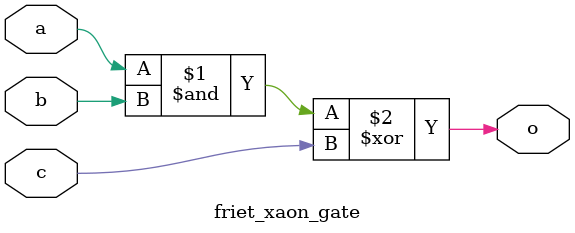
<source format=v>
/**
 Implementation by Pedro Maat C. Massolino,
 hereby denoted as "the implementer".

 To the extent possible under law, the implementer has waived all copyright
 and related or neighboring rights to the source code in this file.
 http://creativecommons.org/publicdomain/zero/1.0/
*/
module friet_xaon_gate(o, a, b, c);

input a;
input b;
input c;
output o;

assign o = (a&b)^c;

endmodule
</source>
